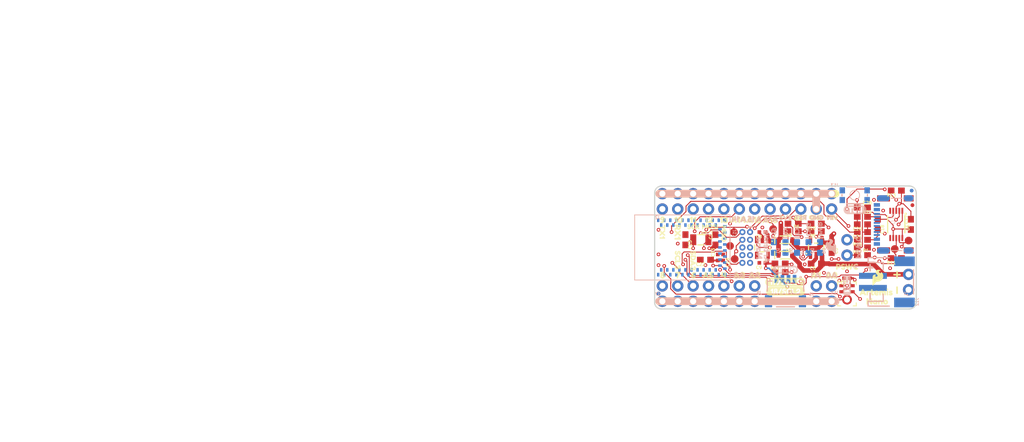
<source format=kicad_pcb>
(kicad_pcb (version 20211014) (generator pcbnew)
  (layers (0 "F.Cu" signal) (1 "In1.Cu" signal) (2 "In2.Cu" signal) (31 "B.Cu" signal) (34 "B.Paste" user) (35 "F.Paste" user) (36 "B.SilkS" user "B.Silkscreen") (37 "F.SilkS" user "F.Silkscreen") (38 "B.Mask" user) (39 "F.Mask" user) (44 "Edge.Cuts" user))
  (net 0 "")
  (net 1 "GND")
  (net 2 "V_USB")
  (net 3 "3.3V")
  (net 4 "N$10")
  (net 5 "SWDIO")
  (net 6 "~{RESET}")
  (net 7 "N$7")
  (net 8 "V_BATT")
  (net 9 "N$1")
  (net 10 "N$3")
  (net 11 "N$4")
  (net 12 "VIN")
  (net 13 "VREG_EN")
  (net 14 "RXI-0")
  (net 15 "TXO-0")
  (net 16 "~{12}")
  (net 17 "~{13}")
  (net 18 "~{11}")
  (net 19 "~{A1}")
  (net 20 "SWDCK")
  (net 21 "PDMDATA")
  (net 22 "PDMCLK")
  (net 23 "BOOT")
  (net 24 "N$2")
  (net 25 "N$8")
  (net 26 "~{A3}")
  (net 27 "~{A2}")
  (net 28 "~{A14}")
  (net 29 "~{A15}")
  (net 30 "~{A16}")
  (net 31 "~{A0}")
  (net 32 "~{7}")
  (net 33 "~{6}")
  (net 34 "8")
  (net 35 "N$5")
  (net 36 "N$9")
  (net 37 "SHLD")
  (net 38 "D-1")
  (net 39 "D+1")
  (net 40 "CC2")
  (net 41 "CC1")
  (net 42 "~{RTS}")
  (net 43 "~{D19/LED}")
  (net 44 "~{9}")
  (net 45 "10")
  (net 46 "~{A5}")
  (net 47 "~{4}")
  (net 48 "~{D25/SDA2}")
  (net 49 "~{D27/SCL2}")
  (footprint "boardEagle:3V316" (layer "F.Cu") (at 146.7231 100.050599)
    (fp_text reference "U$49" hide)
    (fp_text value "" hide)
  )
  (footprint "boardEagle:MOSI4" (layer "F.Cu") (at 134.0231 101.574599)
    (fp_text reference "U$16" hide)
    (fp_text value "" hide)
  )
  (footprint "boardEagle:134" (layer "F.Cu") (at 136.6901 100.431599)
    (fp_text reference "U$53" hide)
    (fp_text value "" hide)
  )
  (footprint "boardEagle:0603" (layer "F.Cu") (at 135.2931 107.035599 180)
    (fp_text reference "C22")
    (fp_text value "10uF")
  )
  (footprint "boardEagle:SDA31" (layer "F.Cu") (at 133.2611 104.749599 -90)
    (fp_text reference "U$31" hide)
    (fp_text value "" hide)
  )
  (footprint "boardEagle:SCL30" (layer "F.Cu") (at 130.7211 104.749599 -90)
    (fp_text reference "U$11" hide)
    (fp_text value "" hide)
  )
  (footprint "boardEagle:PAD.03X.05" (layer "F.Cu") (at 140.1191 106.908599)
    (fp_text reference "TP1" hide)
    (fp_text value "" hide)
  )
  (footprint "boardEagle:ARTEMIS6" (layer "F.Cu") (at 159.8041 112.369599)
    (fp_text reference "U$13" hide)
    (fp_text value "" hide)
  )
  (footprint "boardEagle:FIDUCIAL-MICRO" (layer "F.Cu") (at 127.5461 112.623599)
    (fp_text reference "FD4" hide)
    (fp_text value "FIDUCIALUFIDUCIAL" hide)
  )
  (footprint "boardEagle:0603" (layer "F.Cu") (at 161.2011 98.399599)
    (fp_text reference "C28")
    (fp_text value "1nF")
  )
  (footprint "boardEagle:A167" (layer "F.Cu") (at 143.8021 100.431599)
    (fp_text reference "U$48" hide)
    (fp_text value "" hide)
  )
  (footprint "boardEagle:0603" (layer "F.Cu") (at 136.9441 103.733599 90)
    (fp_text reference "C12")
    (fp_text value "15pF")
  )
  (footprint "boardEagle:0603" (layer "F.Cu") (at 153.5811 107.670599 180)
    (fp_text reference "C6")
    (fp_text value "4.7uF")
  )
  (footprint "boardEagle:0603" (layer "F.Cu") (at 147.6121 107.670599 180)
    (fp_text reference "R12")
    (fp_text value "1k")
  )
  (footprint "boardEagle:79" (layer "F.Cu") (at 129.4511 109.575599)
    (fp_text reference "U$36" hide)
    (fp_text value "" hide)
  )
  (footprint "boardEagle:SCK3" (layer "F.Cu") (at 131.6101 101.574599)
    (fp_text reference "U$18" hide)
    (fp_text value "" hide)
  )
  (footprint "boardEagle:FIDUCIAL-MICRO" (layer "F.Cu") (at 169.4561 98.018599)
    (fp_text reference "FD3" hide)
    (fp_text value "FIDUCIALUFIDUCIAL" hide)
  )
  (footprint "boardEagle:DUMMY" (layer "F.Cu") (at 166.2811 113.893599)
    (fp_text reference "LOGO2" hide)
    (fp_text value "OSHW-LOGONO_SILK" hide)
  )
  (footprint "boardEagle:A21" (layer "F.Cu") (at 141.5161 109.575599)
    (fp_text reference "U$21" hide)
    (fp_text value "" hide)
  )
  (footprint "boardEagle:0603" (layer "F.Cu") (at 149.7711 101.066599)
    (fp_text reference "R16")
    (fp_text value "1k")
  )
  (footprint "boardEagle:PAD.03X.05" (layer "F.Cu") (at 168.8211 103.860599)
    (fp_text reference "TP6" hide)
    (fp_text value "TEST-POINT3X5" hide)
  )
  (footprint "boardEagle:CRYSTAL-SMD-3.2X1.5MM" (layer "F.Cu") (at 134.5311 103.733599)
    (fp_text reference "Y2")
    (fp_text value "32.768kHz")
  )
  (footprint "boardEagle:68" (layer "F.Cu") (at 131.9911 109.575599)
    (fp_text reference "U$35" hide)
    (fp_text value "" hide)
  )
  (footprint "boardEagle:0603" (layer "F.Cu") (at 161.2011 105.003599 180)
    (fp_text reference "R17")
    (fp_text value "DNP")
  )
  (footprint "boardEagle:PSWC4" (layer "F.Cu") (at 155.9941 108.178599)
    (fp_text reference "U$23" hide)
    (fp_text value "" hide)
  )
  (footprint "boardEagle:A145" (layer "F.Cu") (at 138.4681 100.431599)
    (fp_text reference "U$12" hide)
    (fp_text value "" hide)
  )
  (footprint "boardEagle:SOD-323" (layer "F.Cu") (at 148.5011 106.273599)
    (fp_text reference "D4")
    (fp_text value "1A/23V/620mV")
  )
  (footprint "boardEagle:SOT23-5" (layer "F.Cu") (at 153.5811 105.003599)
    (fp_text reference "U2")
    (fp_text value "MCP73831")
  )
  (footprint "boardEagle:0402-TIGHT" (layer "F.Cu") (at 144.6911 102.463599 180)
    (fp_text reference "C8")
    (fp_text value "1.0uF")
  )
  (footprint "boardEagle:0402-TIGHT" (layer "F.Cu") (at 137.3251 106.654599 90)
    (fp_text reference "C23")
    (fp_text value "1.0uF")
  )
  (footprint "boardEagle:46" (layer "F.Cu") (at 136.9441 109.575599)
    (fp_text reference "U$32" hide)
    (fp_text value "" hide)
  )
  (footprint "boardEagle:PAD.03X.05" (layer "F.Cu") (at 139.9921 102.463599)
    (fp_text reference "TP4" hide)
    (fp_text value "TEST-POINT3X5" hide)
  )
  (footprint "boardEagle:0603" (layer "F.Cu") (at 166.7891 106.781599 180)
    (fp_text reference "R11")
    (fp_text value "5.1k")
  )
  (footprint "boardEagle:RX10" (layer "F.Cu") (at 130.7211 100.304599 -90)
    (fp_text reference "U$50" hide)
    (fp_text value "" hide)
  )
  (footprint "boardEagle:A57" (layer "F.Cu") (at 133.8961 109.575599)
    (fp_text reference "U$10" hide)
    (fp_text value "" hide)
  )
  (footprint "boardEagle:0603" (layer "F.Cu") (at 156.1211 105.003599 -90)
    (fp_text reference "C5")
    (fp_text value "4.7uF")
  )
  (footprint "boardEagle:0603" (layer "F.Cu") (at 131.9911 103.733599 -90)
    (fp_text reference "C13")
    (fp_text value "15pF")
  )
  (footprint "boardEagle:810" (layer "F.Cu") (at 126.9111 109.575599)
    (fp_text reference "U$37" hide)
    (fp_text value "" hide)
  )
  (footprint "boardEagle:0603" (layer "F.Cu") (at 161.2011 106.273599)
    (fp_text reference "R1")
    (fp_text value "10k")
  )
  (footprint "boardEagle:0603" (layer "F.Cu") (at 153.5811 102.336599 180)
    (fp_text reference "R5")
    (fp_text value "2.0k")
  )
  (footprint "boardEagle:MISO5" (layer "F.Cu") (at 138.3411 100.685599 -90)
    (fp_text reference "U$14" hide)
    (fp_text value "" hide)
  )
  (footprint "boardEagle:GND2" (layer "F.Cu") (at 146.7231 113.893599)
    (fp_text reference "U$30" hide)
    (fp_text value "" hide)
  )
  (footprint "boardEagle:VIN19" (layer "F.Cu") (at 154.4701 100.050599)
    (fp_text reference "U$39" hide)
    (fp_text value "" hide)
  )
  (footprint "boardEagle:PAD.03X.05" (layer "F.Cu") (at 139.3571 104.749599)
    (fp_text reference "TP2" hide)
    (fp_text value "" hide)
  )
  (footprint "boardEagle:A32" (layer "F.Cu") (at 138.9761 109.575599)
    (fp_text reference "U$19" hide)
    (fp_text value "" hide)
  )
  (footprint "boardEagle:0603" (layer "F.Cu") (at 161.2011 101.193599 180)
    (fp_text reference "C20")
    (fp_text value "0.1uF")
  )
  (footprint "boardEagle:0603" (layer "F.Cu") (at 163.7411 101.193599 -90)
    (fp_text reference "C18")
    (fp_text value "0.1uF")
  )
  (footprint "boardEagle:A10" (layer "F.Cu") (at 151.8031 109.575599)
    (fp_text reference "U$34" hide)
    (fp_text value "" hide)
  )
  (footprint "boardEagle:SPH0641LM4H-1_MICROPHONE" (layer "F.Cu") (at 158.6611 112.623599)
    (fp_text reference "E1")
    (fp_text value "SPH0641LM4H")
  )
  (footprint "boardEagle:A00" (layer "F.Cu") (at 154.2161 109.575599)
    (fp_text reference "U$20" hide)
    (fp_text value "" hide)
  )
  (footprint "boardEagle:SFE_LOGO_FLAME_.1" (layer "F.Cu") (at 163.7411 109.956599)
    (fp_text reference "LOGO4" hide)
    (fp_text value "SFE_LOGO_FLAME.1_INCH" hide)
  )
  (footprint "boardEagle:SOD-323" (layer "F.Cu") (at 148.5011 103.733599)
    (fp_text reference "D3")
    (fp_text value "1A/23V/620mV")
  )
  (footprint "boardEagle:101" (layer "F.Cu") (at 129.1971 100.431599)
    (fp_text reference "U$46" hide)
    (fp_text value "" hide)
  )
  (footprint "boardEagle:18#SCL20" (layer "F.Cu") (at 145.1991 112.242599)
    (fp_text reference "U$60" hide)
    (fp_text value "" hide)
  )
  (footprint "boardEagle:123" (layer "F.Cu") (at 134.0231 100.431599)
    (fp_text reference "U$52" hide)
    (fp_text value "" hide)
  )
  (footprint "boardEagle:90" (layer "F.Cu") (at 126.9111 100.431599)
    (fp_text reference "U$45" hide)
    (fp_text value "" hide)
  )
  (footprint "boardEagle:____GND____2" (layer "F.Cu") (at 145.5801 113.893599)
    (fp_text reference "U$2" hide)
    (fp_text value "" hide)
  )
  (footprint "boardEagle:0603" (layer "F.Cu") (at 161.2011 103.733599 180)
    (fp_text reference "R15")
    (fp_text value "220k")
  )
  (footprint "boardEagle:0603" (layer "F.Cu") (at 147.6121 109.067599 180)
    (fp_text reference "R3")
    (fp_text value "1k")
  )
  (footprint "boardEagle:DUMMY" (layer "F.Cu") (at 170.0911 115.163599)
    (fp_text reference "FRAME2" hide)
    (fp_text value "FRAME-LETTERNO_PACKAGE" hide)
  )
  (footprint "boardEagle:MSOP10" (layer "F.Cu") (at 166.7891 101.193599 -90)
    (fp_text reference "U6")
    (fp_text value "CH340E_MSOP10")
  )
  (footprint "boardEagle:0603" (layer "F.Cu") (at 169.2021 101.193599 90)
    (fp_text reference "C17")
    (fp_text value "10nF")
  )
  (footprint "boardEagle:0402-TIGHT" (layer "F.Cu") (at 158.6611 110.083599 180)
    (fp_text reference "C1")
    (fp_text value "0.1uF")
  )
  (footprint "boardEagle:TX12" (layer "F.Cu") (at 128.1811 100.304599 -90)
    (fp_text reference "U$59" hide)
    (fp_text value "" hide)
  )
  (footprint "boardEagle:PAD.03X.05" (layer "F.Cu") (at 166.5351 105.257599)
    (fp_text reference "TP5" hide)
    (fp_text value "TEST-POINT3X5" hide)
  )
  (footprint "boardEagle:112" (layer "F.Cu") (at 131.7371 100.431599)
    (fp_text reference "U$47" hide)
    (fp_text value "" hide)
  )
  (footprint "boardEagle:PAD.03X.05" (layer "F.Cu") (at 146.4691 101.955599)
    (fp_text reference "TP3" hide)
    (fp_text value "TEST-POINT3X5" hide)
  )
  (footprint "boardEagle:NANO7" (layer "F.Cu") (at 160.9471 113.893599)
    (fp_text reference "U$17" hide)
    (fp_text value "" hide)
  )
  (footprint "boardEagle:0402-TIGHT" (layer "F.Cu") (at 144.6911 107.543599 180)
    (fp_text reference "C9")
    (fp_text value "1.0uF")
  )
  (footprint "boardEagle:SOT23-5" (layer "F.Cu") (at 144.6911 105.003599 180)
    (fp_text reference "U3")
    (fp_text value "3.3V")
  )
  (footprint "boardEagle:17#SDA21" (layer "F.Cu") (at 145.0721 110.718599)
    (fp_text reference "U$57" hide)
    (fp_text value "" hide)
  )
  (footprint "boardEagle:0603" (layer "F.Cu") (at 153.5811 101.066599 180)
    (fp_text reference "R10")
    (fp_text value "1k")
  )
  (footprint "boardEagle:0603" (layer "F.Cu") (at 161.2011 102.463599 180)
    (fp_text reference "C21")
    (fp_text value "0.1uF")
  )
  (footprint "boardEagle:0603" (layer "F.Cu") (at 166.7891 95.605599 180)
    (fp_text reference "R13")
    (fp_text value "5.1k")
  )
  (footprint "boardEagle:GND17" (layer "F.Cu") (at 151.6761 100.050599)
    (fp_text reference "U$33" hide)
    (fp_text value "" hide)
  )
  (footprint "boardEagle:0603" (layer "F.Cu") (at 161.2011 99.923599)
    (fp_text reference "R14")
    (fp_text value "100k")
  )
  (footprint "boardEagle:0402-TIGHT" (layer "F.Cu") (at 138.2141 106.654599 -90)
    (fp_text reference "C19")
    (fp_text value "0.1uF")
  )
  (footprint "boardEagle:RST19" (layer "F.Cu") (at 149.3901 100.050599)
    (fp_text reference "U$38" hide)
    (fp_text value "" hide)
  )
  (footprint "boardEagle:0603" (layer "F.Cu") (at 149.7711 102.336599)
    (fp_text reference "R6")
    (fp_text value "1k")
  )
  (footprint "boardEagle:A156" (layer "F.Cu") (at 141.1351 100.431599)
    (fp_text reference "U$28" hide)
    (fp_text value "" hide)
  )
  (footprint "boardEagle:A21" (layer "B.Cu") (at 145.3261 109.575599 180)
    (fp_text reference "U$41" hide)
    (fp_text value "" hide)
  )
  (footprint "boardEagle:TACTILE_SWITCH_SMD_4.6X2.8MM" (layer "B.Cu") (at 159.9311 96.367599)
    (fp_text reference "S1")
    (fp_text value "RESET")
  )
  (footprint "boardEagle:VIN19" (layer "B.Cu") (at 157.8991 100.050599 180)
    (fp_text reference "U$27" hide)
    (fp_text value "" hide)
  )
  (footprint "boardEagle:1X02_NO_SILK" (layer "B.Cu") (at 158.6611 106.273599 90)
    (fp_text reference "J4")
    (fp_text value "")
  )
  (footprint "boardEagle:FIDUCIAL-MICRO" (layer "B.Cu") (at 127.5461 112.623599 180)
    (fp_text reference "FD1" hide)
    (fp_text value "FIDUCIALUFIDUCIAL" hide)
  )
  (footprint "boardEagle:1X07_NO_SILK" (layer "B.Cu") (at 128.1811 111.353599)
    (fp_text reference "J7")
    (fp_text value "")
  )
  (footprint "boardEagle:CREATIVE_COMMONS" (layer "B.Cu") (at 167.5511 136.753599 180)
    (fp_text reference "FRAME1" hide)
    (fp_text value "FRAME-LETTER" hide)
  )
  (footprint "boardEagle:RX23" (layer "B.Cu") (at 148.5011 103.733599 90)
    (fp_text reference "U$85" hide)
    (fp_text value "" hide)
  )
  (footprint "boardEagle:ARTEMIS6" (layer "B.Cu") (at 145.4531 108.559599 90)
    (fp_text reference "U$22" hide)
    (fp_text value "" hide)
  )
  (footprint "boardEagle:FIDUCIAL-MICRO" (layer "B.Cu") (at 169.3291 95.605599 180)
    (fp_text reference "FD2" hide)
    (fp_text value "FIDUCIALUFIDUCIAL" hide)
  )
  (footprint "boardEagle:JST04_1MM_RA" (layer "B.Cu") (at 148.5011 110.210599 180)
    (fp_text reference "J3")
    (fp_text value "")
  )
  (footprint "boardEagle:3V316" (layer "B.Cu") (at 150.2791 100.050599 180)
    (fp_text reference "U$1" hide)
    (fp_text value "" hide)
  )
  (footprint "boardEagle:USB-C-16P-4LAYER-ISOLATED" (layer "B.Cu") (at 163.7411 101.193599 -90)
    (fp_text reference "J10")
    (fp_text value "USB Female Type C Connector")
  )
  (footprint "boardEagle:A167" (layer "B.Cu") (at 148.2471 100.304599 180)
    (fp_text reference "U$56" hide)
    (fp_text value "" hide)
  )
  (footprint "boardEagle:A00" (layer "B.Cu") (at 158.0261 109.575599 180)
    (fp_text reference "U$9" hide)
    (fp_text value "" hide)
  )
  (footprint "boardEagle:1X07_NO_SILK" (layer "B.Cu") (at 143.4211 113.893599 180)
    (fp_text reference "J9")
    (fp_text value "")
  )
  (footprint "boardEagle:1X12_NO_SILK" (layer "B.Cu") (at 156.1211 96.113599 180)
    (fp_text reference "J13")
    (fp_text value "")
  )
  (footprint "boardEagle:PRODUCTION_INSTRUCTIONS" (layer "B.Cu") (at 120.5611 64.363599 180)
    (fp_text reference "U$25" hide)
    (fp_text value "" hide)
  )
  (footprint "boardEagle:A32" (layer "B.Cu") (at 142.7861 109.575599 180)
    (fp_text reference "U$42" hide)
    (fp_text value "" hide)
  )
  (footprint "boardEagle:A10" (layer "B.Cu") (at 155.2321 109.575599 180)
    (fp_text reference "U$40" hide)
    (fp_text value "" hide)
  )
  (footprint "boardEagle:ARTEMIS_FP" (layer "B.Cu") (at 131.9911 105.003599 180)
    (fp_text reference "U1" hide)
    (fp_text value "ARTEMIS_MODULESMD" hide)
  )
  (footprint "boardEagle:RST1" (layer "B.Cu") (at 161.9631 98.780599 180)
    (fp_text reference "U$51" hide)
    (fp_text value "" hide)
  )
  (footprint "boardEagle:LED-0603" (layer "B.Cu") (at 150.4061 105.003599 90)
    (fp_text reference "D7")
    (fp_text value "GREEN")
  )
  (footprint "boardEagle:191" (layer "B.Cu") (at 146.5961 103.733599 90)
    (fp_text reference "U$26" hide)
    (fp_text value "" hide)
  )
  (footprint "boardEagle:1X02_NO_SILK" (layer "B.Cu") (at 156.1211 113.893599 180)
    (fp_text reference "J14")
    (fp_text value "")
  )
  (footprint "boardEagle:1X02_NO_SILK" (layer "B.Cu") (at 153.5811 111.353599)
    (fp_text reference "J5")
    (fp_text value "")
  )
  (footprint "boardEagle:RST19" (layer "B.Cu") (at 152.6921 100.050599 180)
    (fp_text reference "U$3" hide)
    (fp_text value "" hide)
  )
  (footprint "boardEagle:A156" (layer "B.Cu") (at 145.5801 100.304599 180)
    (fp_text reference "U$55" hide)
    (fp_text value "" hide)
  )
  (footprint "boardEagle:A145" (layer "B.Cu") (at 143.0401 100.304599 180)
    (fp_text reference "U$54" hide)
    (fp_text value "" hide)
  )
  (footprint "boardEagle:LED-0603" (layer "B.Cu") (at 154.2161 105.003599 90)
    (fp_text reference "D6")
    (fp_text value "RED")
  )
  (footprint "boardEagle:CHG26" (layer "B.Cu") (at 152.3111 103.860599 90)
    (fp_text reference "U$5" hide)
    (fp_text value "" hide)
  )
  (footprint "boardEagle:1X02_NO_SILK" (layer "B.Cu") (at 168.8211 111.988599 90)
    (fp_text reference "J12")
    (fp_text value "")
  )
  (footprint "boardEagle:NANO7" (layer "B.Cu") (at 144.1831 107.797599 90)
    (fp_text reference "U$24" hide)
    (fp_text value "" hide)
  )
  (footprint "boardEagle:JST-2-SMD" (layer "B.Cu") (at 166.6367 110.693199 90)
    (fp_text reference "J1")
    (fp_text value "")
  )
  (footprint "boardEagle:LED-0603" (layer "B.Cu") (at 152.3111 105.003599 90)
    (fp_text reference "D2")
    (fp_text value "Yellow")
  )
  (footprint "boardEagle:PWR27" (layer "B.Cu") (at 154.2161 103.860599 90)
    (fp_text reference "U$6" hide)
    (fp_text value "" hide)
  )
  (footprint "boardEagle:QWIIC#LOGO#JPG" (layer "B.Cu") (at 148.5041 108.663599 180)
    (fp_text reference "U$8" hide)
    (fp_text value "" hide)
  )
  (footprint "boardEagle:PSWC4" (layer "B.Cu") (at 160.5661 107.670599 90)
    (fp_text reference "U$4" hide)
    (fp_text value "" hide)
  )
  (footprint "boardEagle:2X5-PTH-1.27MM-NO_SILK" (layer "B.Cu") (at 142.0241 105.003599 -90)
    (fp_text reference "J11")
    (fp_text value "CORTEX_DEBUG")
  )
  (footprint "boardEagle:SFE_LOGO_FLAME_.1" (layer "B.Cu") (at 155.9941 104.876599 180)
    (fp_text reference "LOGO1" hide)
    (fp_text value "SFE_LOGO_FLAME.1_INCH" hide)
  )
  (footprint "boardEagle:MIC0" (layer "B.Cu") (at 158.6611 113.131599 90)
    (fp_text reference "U$15" hide)
    (fp_text value "" hide)
  )
  (footprint "boardEagle:1X12_NO_SILK" (layer "B.Cu") (at 128.1811 98.653599)
    (fp_text reference "J2")
    (fp_text value "")
  )
  (footprint "boardEagle:TX22" (layer "B.Cu") (at 150.4061 103.733599 90)
    (fp_text reference "U$86" hide)
    (fp_text value "" hide)
  )
  (footprint "boardEagle:GND17" (layer "B.Cu") (at 155.4861 100.050599 180)
    (fp_text reference "U$7" hide)
    (fp_text value "" hide)
  )
  (footprint "boardEagle:LED-0603" (layer "B.Cu") (at 146.5961 105.003599 90)
    (fp_text reference "D1")
    (fp_text value "BLUE")
  )
  (footprint "boardEagle:LED-0603" (layer "B.Cu") (at 148.5011 105.003599 90)
    (fp_text reference "D5")
    (fp_text value "Yellow")
  )
  (gr_line (start 162.4711 112.572799) (end 162.4711 113.588799) (layer "B.SilkS") (width 0.254))
  (gr_line (start 153.5811 96.113599) (end 127.6731 96.113599) (layer "B.SilkS") (width 1.27))
  (gr_line (start 162.4711 107.848399) (end 162.4711 108.864399) (layer "B.SilkS") (width 0.254))
  (gr_line (start 161.9631 108.356399) (end 162.9791 108.356399) (layer "B.SilkS") (width 0.254))
  (gr_line (start 156.7561 113.893599) (end 127.6731 113.893599) (layer "B.SilkS") (width 1.27))
  (gr_line (start 153.5811 98.653599) (end 153.5811 96.113599) (layer "B.SilkS") (width 1.27))
  (gr_line (start 156.1211 96.113599) (end 153.5811 96.113599) (layer "B.SilkS") (width 1.27))
  (gr_line (start 166.9161 111.556799) (end 166.9161 112.572799) (layer "F.SilkS") (width 0.254))
  (gr_line (start 156.7561 113.893599) (end 150.5331 113.893599) (layer "F.SilkS") (width 1.27))
  (gr_line (start 166.9161 108.991399) (end 166.9161 110.007399) (layer "F.SilkS") (width 0.254))
  (gr_line (start 167.4241 109.499399) (end 166.4081 109.499399) (layer "F.SilkS") (width 0.254))
  (gr_line (start 153.5811 98.653599) (end 153.5811 96.113599) (layer "F.SilkS") (width 1.27))
  (gr_line (start 156.7561 96.113599) (end 153.5811 96.113599) (layer "F.SilkS") (width 1.27))
  (gr_line (start 153.5811 96.113599) (end 127.6731 96.113599) (layer "F.SilkS") (width 1.27))
  (gr_line (start 127.6731 113.893599) (end 146.5961 113.893599) (layer "F.SilkS") (width 1.27))
  (gr_line (start 128.074706 94.843599) (end 168.927493 94.843599) (layer "Edge.Cuts") (width 0.2032))
  (gr_arc (start 126.9111 96.007206) (mid 127.251912 95.184412) (end 128.074706 94.8436) (layer "Edge.Cuts") (width 0.2032))
  (gr_line (start 126.9111 114.088678) (end 126.9111 96.007206) (layer "Edge.Cuts") (width 0.2032))
  (gr_arc (start 168.927493 94.843599) (mid 169.750288 95.184413) (end 170.0911 96.007208) (layer "Edge.Cuts") (width 0.2032))
  (gr_line (start 170.0911 96.007206) (end 170.0911 113.999993) (layer "Edge.Cuts") (width 0.2032))
  (gr_arc (start 127.986021 115.163599) (mid 127.225937 114.848763) (end 126.9111 114.08868) (layer "Edge.Cuts") (width 0.2032))
  (gr_line (start 168.927493 115.163599) (end 127.986021 115.163599) (layer "Edge.Cuts") (width 0.2032))
  (gr_arc (start 170.0911 113.999993) (mid 169.750287 114.822787) (end 168.927493 115.1636) (layer "Edge.Cuts") (width 0.2032))
  (gr_text "v10" (at 168.1861 114.147599) (layer "F.Cu") (effects (font (size 0.8128 0.8128) (thickness 0.2032))))
  (segment (start 158.6825 114.252199) (end 158.921475 114.252199) (width 0.1524) (layer "F.Cu") (net 1))
  (segment (start 163.1061 103.733599) (end 163.7411 103.098599) (width 0.1524) (layer "F.Cu") (net 1))
  (segment (start 158.6397 114.252199) (end 158.6611 114.273599) (width 0.1524) (layer "F.Cu") (net 1))
  (segment (start 144.7019 103.104249) (end 144.1911 102.593449) (width 0.3048) (layer "F.Cu") (net 1))
  (segment (start 159.2897 113.602199) (end 159.2897 113.363224) (width 0.1524) (layer "F.Cu") (net 1))
  (segment (start 153.095481 107.360899) (end 153.0408 107.360899) (width 0.6096) (layer "F.Cu") (net 1))
  (segment (start 136.513043 105.155999) (end 136.487643 105.130599) (width 0.762) (layer "F.Cu") (net 1))
  (segment (start 159.3111 113.623599) (end 159.2897 113.602199) (width 0.1524) (layer "F.Cu") (net 1))
  (segment (start 154.4311 102.336599) (end 154.4311 102.375599) (width 0.1524) (layer "F.Cu") (net 1))
  (segment (start 136.513043 105.155999) (end 136.8145 104.854543) (width 0.762) (layer "F.Cu") (net 1))
  (segment (start 156.3911 113.623599) (end 156.1211 113.893599) (width 0.1524) (layer "F.Cu") (net 1))
  (segment (start 166.7891 98.943599) (end 166.7891 98.272599) (width 0.1524) (layer "F.Cu") (net 1))
  (segment (start 163.1061 103.733599) (end 162.0511 103.733599) (width 0.1524) (layer "F.Cu") (net 1))
  (segment (start 163.7411 103.098599) (end 163.7411 102.043599) (width 0.1524) (layer "F.Cu") (net 1))
  (segment (start 158.6397 112.994999) (end 158.400725 112.994999) (width 0.1524) (layer "F.Cu") (net 1))
  (segment (start 167.2971 97.764599) (end 167.6391 97.764599) (width 0.1524) (layer "F.Cu") (net 1))
  (segment (start 158.400725 112.994999) (end 158.0325 113.363224) (width 0.1524) (layer "F.Cu") (net 1))
  (segment (start 169.2021 99.034599) (end 169.2021 100.343599) (width 0.1524) (layer "F.Cu") (net 1))
  (segment (start 153.5811 106.820599) (end 153.3633 107.038399) (width 0.6096) (layer "F.Cu") (net 1))
  (segment (start 167.2971 97.764599) (end 167.9321 97.764599) (width 0.1524) (layer "F.Cu") (net 1))
  (segment (start 166.7891 98.272599) (end 167.2971 97.764599) (width 0.1524) (layer "F.Cu") (net 1))
  (segment (start 157.740906 113.623599) (end 157.708709 113.655796) (width 0.1524) (layer "F.Cu") (net 1))
  (segment (start 158.400725 114.252199) (end 158.6397 114.252199) (width 0.1524) (layer "F.Cu") (net 1))
  (segment (start 158.0325 113.883974) (end 158.400725 114.252199) (width 0.1524) (layer "F.Cu") (net 1))
  (segment (start 159.2897 113.644999) (end 159.3111 113.623599) (width 0.1524) (layer "F.Cu") (net 1))
  (segment (start 157.266821 113.655796) (end 157.234625 113.623599) (width 0.1524) (layer "F.Cu") (net 1))
  (segment (start 158.0325 113.644999) (end 158.0325 113.883974) (width 0.1524) (layer "F.Cu") (net 1))
  (segment (start 158.0325 113.363224) (end 158.0325 113.602199) (width 0.1524) (layer "F.Cu") (net 1))
  (segment (start 153.3633 107.038399) (end 153.3633 107.093081) (width 0.6096) (layer "F.Cu") (net 1))
  (segment (start 144.6911 103.703499) (end 144.7019 103.692699) (width 0.3048) (layer "F.Cu") (net 1))
  (segment (start 136.487643 105.130599) (end 135.9281 105.130599) (width 0.254) (layer "F.Cu") (net 1))
  (segment (start 158.0111 113.623599) (end 158.0325 113.644999) (width 0.1524) (layer "F.Cu") (net 1))
  (segment (start 158.6611 114.273599) (end 158.6825 114.252199) (width 0.1524) (layer "F.Cu") (net 1))
  (segment (start 157.708709 113.655796) (end 157.266821 113.655796) (width 0.1524) (layer "F.Cu") (net 1))
  (segment (start 153.3633 107.093081) (end 153.095481 107.360899) (width 0.6096) (layer "F.Cu") (net 1))
  (segment (start 157.234625 113.623599) (end 156.3911 113.623599) (width 0.1524) (layer "F.Cu") (net 1))
  (segment (start 158.0111 113.623599) (end 157.740906 113.623599) (width 0.1524) (layer "F.Cu") (net 1))
  (segment (start 154.4311 102.375599) (end 153.5811 103.225599) (width 0.1524) (layer "F.Cu") (net 1))
  (segment (start 144.7019 103.104249) (end 144.7019 103.692699) (width 0.3048) (layer "F.Cu") (net 1))
  (segment (start 158.6825 112.994999) (end 158.6611 112.973599) (width 0.1524) (layer "F.Cu") (net 1))
  (segment (start 167.6391 95.605599) (end 167.6391 97.764599) (width 0.1524) (layer "F.Cu") (net 1))
  (segment (start 144.1911 102.593449) (end 144.1911 102.463599) (width 0.3048) (layer "F.Cu") (net 1))
  (segment (start 136.9441 104.583599) (end 136.8145 104.713199) (width 0.762) (layer "F.Cu") (net 1))
  (segment (start 158.0325 113.602199) (end 158.0111 113.623599) (width 0.1524) (layer "F.Cu") (net 1))
  (segment (start 159.2897 113.363224) (end 158.921475 112.994999) (width 0.1524) (layer "F.Cu") (net 1))
  (segment (start 159.2897 113.883974) (end 159.2897 113.644999) (width 0.1524) (layer "F.Cu") (net 1))
  (segment (start 153.5811 106.303699) (end 153.5811 106.820599) (width 0.6096) (layer "F.Cu") (net 1))
  (segment (start 153.0408 107.360899) (end 152.7311 107.670599) (width 0.6096) (layer "F.Cu") (net 1))
  (segment (start 136.8145 104.713199) (end 136.8145 104.854543) (width 0.762) (layer "F.Cu") (net 1))
  (segment (start 158.6611 112.973599) (end 158.6397 112.994999) (width 0.1524) (layer "F.Cu") (net 1))
  (segment (start 158.921475 114.252199) (end 159.2897 113.883974) (width 0.1524) (layer "F.Cu") (net 1))
  (segment (start 158.921475 112.994999) (end 158.6825 112.994999) (width 0.1524) (layer "F.Cu") (net 1))
  (segment (start 167.9321 97.764599) (end 169.2021 99.034599) (width 0.1524) (layer "F.Cu") (net 1))
  (via blind (at 165.7731 108.432599) (size 0.6096) (drill 0.3048) (layers "F.Cu" "In1.Cu") (net 1))
  (via blind (at 153.5811 103.225599) (size 0.6096) (drill 0.3048) (layers "F.Cu" "In1.Cu") (net 1))
  (via blind (at 139.3571 101.066599) (size 0.6096) (drill 0.3048) (layers "F.Cu" "In1.Cu") (net 1))
  (via blind (at 127.5461 106.146599) (size 0.6096) (drill 0.3048) (layers "F.Cu" "In1.Cu") (net 1))
  (via blind (at 157.3911 110.464599) (size 0.6096) (drill 0.3048) (layers "F.Cu" "In1.Cu") (net 1))
  (via blind (at 163.1061 97.129599) (size 0.6096) (drill 0.3048) (layers "F.Cu" "In1.Cu") (net 1))
  (via blind (at 158.6611 108.940599) (size 0.6096) (drill 0.3048) (layers "F.Cu" "In1.Cu") (net 1))
  (via blind (at 127.5461 102.082599) (size 0.6096) (drill 0.3048) (layers "F.Cu" "In1.Cu") (net 1))
  (via blind (at 154.8511 109.194599) (size 0.6096) (drill 0.3048) (layers "F.Cu" "In1.Cu") (net 1))
  (via blind (at 151.0411 110.591599) (size 0.6096) (drill 0.3048) (layers "F.Cu" "In1.Cu") (net 1))
  (via blind (at 135.9281 105.130599) (size 0.6096) (drill 0.3048) (layers "F.Cu" "In1.Cu") (net 1))
  (via blind (at 127.5461 107.924599) (size 0.6096) (drill 0.3048) (layers "F.Cu" "In1.Cu") (net 1))
  (via blind (at 163.1061 105.384599) (size 0.6096) (drill 0.3048) (layers "F.Cu" "In1.Cu") (net 1))
  (via blind (at 137.7061 108.686599) (size 0.6096) (drill 0.3048) (layers "F.Cu" "In1.Cu") (net 1))
  (via blind (at 144.6911 101.701599) (size 0.6096) (drill 0.3048) (layers "F.Cu" "In1.Cu") (net 1))
  (via blind (at 151.6761 107.797599) (size 0.6096) (drill 0.3048) (layers "F.Cu" "In1.Cu") (net 1))
  (via blind (at 130.7211 104.368599) (size 0.6096) (drill 0.3048) (layers "F.Cu" "In1.Cu") (net 1))
  (via blind (at 135.2931 107.924599) (size 0.6096) (drill 0.3048) (layers "F.Cu" "In1.Cu") (net 1))
  (via blind (at 139.6111 110.591599) (size 0.6096) (drill 0.3048) (layers "F.Cu" "In1.Cu") (net 1))
  (via blind (at 167.2971 97.764599) (size 0.6096) (drill 0.3048) (layers "F.Cu" "In1.Cu") (net 1))
  (segment (start 156.1211 104.153599) (end 156.1211 103.098599) (width 0.762) (layer "F.Cu") (net 2))
  (segment (start 156.0331 104.241599) (end 154.5311 104.241599) (width 0.762) (layer "F.Cu") (net 2))
  (segment (start 150.7068 105.170299) (end 151.4221 105.170299) (width 0.762) (layer "F.Cu") (net 2))
  (segment (start 151.4221 106.527599) (end 151.4221 105.170299) (width 0.1524) (layer "F.Cu") (net 2))
  (segment (start 154.5311 103.703499) (end 154.5311 104.241599) (width 0.762) (layer "F.Cu") (net 2))
  (segment (start 149.6511 103.733599) (end 149.6511 104.114599) (width 0.762) (layer "F.Cu") (net 2))
  (segment (start 156.1211 104.153599) (end 156.0331 104.241599) (width 0.762) (layer "F.Cu") (net 2))
  (segment (start 156.1211 103.098599) (end 156.5021 102.717599) (width 0.762) (layer "F.Cu") (net 2))
  (segment (start 151.4221 105.170299) (end 153.8351 105.170299) (width 0.762) (layer "F.Cu") (net 2))
  (segment (start 154.5311 104.474299) (end 153.8351 105.170299) (width 0.762) (layer "F.Cu") (net 2))
  (segment (start 154.5311 104.241599) (end 154.5311 104.474299) (width 0.762) (layer "F.Cu") (net 2))
  (segment (start 149.6511 104.114599) (end 150.7068 105.170299) (width 0.762) (layer "F.Cu") (net 2))
  (via blind (at 151.4221 106.527599) (size 0.6096) (drill 0.3048) (layers "F.Cu" "In1.Cu") (net 2))
  (via blind (at 156.5021 102.717599) (size 0.6096) (drill 0.3048) (layers "F.Cu" "In1.Cu") (net 2))
  (segment (start 159.1611 110.923599) (end 159.1611 110.083599) (width 0.1524) (layer "F.Cu") (net 3))
  (segment (start 146.470468 99.796599) (end 147.8661 99.796599) (width 0.1524) (layer "F.Cu") (net 3))
  (segment (start 139.3571 108.297599) (end 139.3571 108.686599) (width 0.3048) (layer "F.Cu") (net 3))
  (segment (start 165.3041 100.343599) (end 163.7411 100.343599) (width 0.1524) (layer "F.Cu") (net 3))
  (segment (start 166.2811 101.955599) (end 166.2891 101.963599) (width 0.1524) (layer "F.Cu") (net 3))
  (segment (start 166.2971 101.955599) (end 166.2891 101.963599) (width 0.1524) (layer "F.Cu") (net 3))
  (segment (start 163.7411 100.343599) (end 163.3211 99.923599) (width 0.1524) (layer "F.Cu") (net 3))
  (segment (start 145.5801 107.670599) (end 145.3181 107.670599) (width 0.3048) (layer "F.Cu") (net 3))
  (segment (start 158.2277 111.856999) (end 158.882043 111.856999) (width 0.1524) (layer "F.Cu") (net 3))
  (segment (start 159.9311 110.337599) (end 159.9231 110.337599) (width 0.3048) (layer "F.Cu") (net 3))
  (segment (start 169.1141 101.955599) (end 169.2021 102.043599) (width 0.1524) (layer "F.Cu") (net 3))
  (segment (start 167.8051 101.955599) (end 166.2971 101.955599) (width 0.1524) (layer "F.Cu") (net 3))
  (segment (start 159.9231 110.337599) (end 159.6691 110.083599) (width 0.3048) (layer "F.Cu") (net 3))
  (segment (start 159.5611 111.323599) (end 159.1611 110.923599) (width 0.1524) (layer "F.Cu") (net 3))
  (segment (start 145.6411 107.609599) (end 145.5801 107.670599) (width 0.3048) (layer "F.Cu") (net 3))
  (segment (start 166.2811 101.320599) (end 166.2811 101.955599) (width 0.1524) (layer "F.Cu") (net 3))
  (segment (start 136.2621 107.154599) (end 136.1431 107.035599) (width 0.3048) (layer "F.Cu") (net 3))
  (segment (start 159.1611 110.083599) (end 159.6691 110.083599) (width 0.3048) (layer "F.Cu") (net 3))
  (segment (start 149.7711 100.216599) (end 149.7711 100.050599) (width 0.1524) (layer "F.Cu") (net 3))
  (segment (start 148.5011 99.161599) (end 148.5011 98.653599) (width 0.1524) (layer "F.Cu") (net 3))
  (segment (start 166.2891 101.963599) (end 166.2891 103.443599) (width 0.1524) (layer "F.Cu") (net 3))
  (segment (start 137.3251 107.154599) (end 138.2141 107.154599) (width 0.3048) (layer "F.Cu") (net 3))
  (segment (start 138.2141 107.154599) (end 139.3571 108.297599) (width 0.3048) (layer "F.Cu") (net 3))
  (segment (start 165.3041 100.343599) (end 166.2811 101.320599) (width 0.1524) (layer "F.Cu") (net 3))
  (segment (start 145.2579 108.432599) (end 145.2579 107.611799) (width 0.3048) (layer "F.Cu") (net 3))
  (segment (start 137.3251 107.154599) (end 136.2621 107.154599) (width 0.3048) (layer "F.Cu") (net 3))
  (segment (start 169.1141 101.955599) (end 167.8051 101.955599) (width 0.1524) (layer "F.Cu") (net 3))
  (segment (start 145.6411 106.303699) (end 145.6411 105.826599) (width 0.1524) (layer "F.Cu") (net 3))
  (segment (start 158.882043 111.856999) (end 159.415443 111.323599) (width 0.1524) (layer "F.Cu") (net 3))
  (segment (start 145.1911 107.543599) (end 145.3261 107.543599) (width 0.3048) (layer "F.Cu") (net 3))
  (segment (start 146.445068 99.821999) (end 146.470468 99.796599) (width 0.1524) (layer "F.Cu") (net 3))
  (segment (start 163.3211 99.923599) (end 162.0511 99.923599) (width 0.1524) (layer "F.Cu") (net 3))
  (segment (start 167.7891 103.443599) (end 167.7891 101.971599) (width 0.1524) (layer "F.Cu") (net 3))
  (segment (start 147.8661 99.796599) (end 148.5011 99.161599) (width 0.1524) (layer "F.Cu") (net 3))
  (segment (start 157.7611 112.323599) (end 158.2277 111.856999) (width 0.1524) (layer "F.Cu") (net 3))
  (segment (start 159.415443 111.323599) (end 159.5611 111.323599) (width 0.1524) (layer "F.Cu") (net 3))
  (segment (start 142.6591 101.836256) (end 144.673356 99.821999) (width 0.1524) (layer "F.Cu") (net 3))
  (segment (start 145.2579 107.611799) (end 145.3261 107.543599) (width 0.3048) (layer "F.Cu") (net 3))
  (segment (start 146.7621 107.670599) (end 145.5801 107.670599) (width 0.3048) (layer "F.Cu") (net 3))
  (segment (start 167.7891 101.971599) (end 167.8051 101.955599) (width 0.1524) (layer "F.Cu") (net 3))
  (segment (start 150.6211 101.066599) (end 152.7311 101.066599) (width 0.1524) (layer "F.Cu") (net 3))
  (segment (start 145.3181 107.670599) (end 145.1911 107.543599) (width 0.3048) (layer "F.Cu") (net 3))
  (segment (start 144.673356 99.821999) (end 146.445068 99.821999) (width 0.1524) (layer "F.Cu") (net 3))
  (segment (start 150.6211 101.066599) (end 149.7711 100.216599) (width 0.1524) (layer "F.Cu") (net 3))
  (segment (start 145.6411 106.303699) (end 145.6411 107.609599) (width 0.3048) (layer "F.Cu") (net 3))
  (segment (start 142.6591 102.463599) (end 142.6591 101.836256) (width 0.1524) (layer "F.Cu") (net 3))
  (via blind (at 139.3571 108.686599) (size 0.6096) (drill 0.3048) (layers "F.Cu" "In1.Cu") (net 3))
  (via blind (at 145.2579 108.432599) (size 0.6096) (drill 0.3048) (layers "F.Cu" "In1.Cu") (net 3))
  (via blind (at 166.2811 101.955599) (size 0.6096) (drill 0.3048) (layers "F.Cu" "In1.Cu") (net 3))
  (via blind (at 149.7711 100.050599) (size 0.6096) (drill 0.3048) (layers "F.Cu" "In1.Cu") (net 3))
  (via blind (at 159.9311 110.337599) (size 0.6096) (drill 0.3048) (layers "F.Cu" "In1.Cu") (net 3))
  (via blind (at 148.8139 111.480599) (size 0.6096) (drill 0.3048) (layers "F.Cu" "In1.Cu") (net 3))
  (segment (start 148.8139 111.480599) (end 145.7659 108.432599) (width 0.254) (layer "B.Cu") (net 3))
  (segment (start 145.7659 108.432599) (end 145.2579 108.432599) (width 0.254) (layer "B.Cu") (net 3))
  (segment (start 154.9781 101.066599) (end 155.6131 101.701599) (width 0.1524) (layer "F.Cu") (net 4))
  (segment (start 154.4311 101.066599) (end 154.9781 101.066599) (width 0.1524) (layer "F.Cu") (net 4))
  (via blind (at 155.6131 101.701599) (size 0.6096) (drill 0.3048) (layers "F.Cu" "In1.Cu") (net 4))
  (segment (start 134.5787 102.594199) (end 135.733212 102.594199) (width 0.1524) (layer "F.Cu") (net 5))
  (segment (start 139.3571 103.327199) (end 138.760987 103.327199) (width 0.1524) (layer "F.Cu") (net 5))
  (segment (start 140.349812 103.327199) (end 139.3571 103.327199) (width 0.1524) (layer "F.Cu") (net 5))
  (segment (start 139.3571 104.749599) (end 139.3571 103.327199) (width 0.1524) (layer "F.Cu") (net 5))
  (segment (start 134.5311 102.641799) (end 134.5787 102.594199) (width 0.1524) (layer "F.Cu") (net 5))
  (segment (start 141.3891 102.463599) (end 141.213412 102.463599) (width 0.1524) (layer "F.Cu") (net 5))
  (segment (start 137.538787 102.104999) (end 136.267212 102.104999) (width 0.1524) (layer "F.Cu") (net 5))
  (segment (start 136.267212 102.104999) (end 136.244812 102.082599) (width 0.1524) (layer "F.Cu") (net 5))
  (segment (start 136.244812 102.082599) (end 135.733212 102.594199) (width 0.1524) (layer "F.Cu") (net 5))
  (segment (start 141.213412 102.463599) (end 140.349812 103.327199) (width 0.1524) (layer "F.Cu") (net 5))
  (segment (start 138.760987 103.327199) (end 137.538787 102.104999) (width 0.1524) (layer "F.Cu") (net 5))
  (via blind (at 134.5311 102.641799) (size 0.6096) (drill 0.3048) (layers "F.Cu" "In1.Cu") (net 5))
  (segment (start 132.872443 105.765599) (end 136.790812 105.765599) (width 0.1524) (layer "F.Cu") (net 6))
  (segment (start 140.476812 107.772199) (end 140.705412 107.543599) (width 0.1524) (layer "F.Cu") (net 6))
  (segment (start 145.009815 100.232228) (end 145.660128 100.232228) (width 0.1524) (layer "F.Cu") (net 6))
  (segment (start 136.790812 105.765599) (end 136.930412 105.625999) (width 0.1524) (layer "F.Cu") (net 6))
  (segment (start 146.2405 100.210656) (end 148.7297 100.210656) (width 0.1524) (layer "F.Cu") (net 6))
  (segment (start 148.7297 100.210656) (end 150.185156 98.755199) (width 0.1524) (layer "F.Cu") (net 6))
  (segment (start 150.940868 98.755199) (end 151.0411 98.654968) (width 0.1524) (layer "F.Cu") (net 6))
  (segment (start 160.3511 99.923599) (end 160.3511 98.399599) (width 0.1524) (layer "F.Cu") (net 6))
  (segment (start 131.4577 106.052656) (end 131.770156 105.740199) (width 0.1524) (layer "F.Cu") (net 6))
  (segment (start 146.182043 100.152199) (end 146.2405 100.210656) (width 0.1524) (layer "F.Cu") (net 6))
  (segment (start 140.705412 107.543599) (end 141.3891 107.543599) (width 0.1524) (layer "F.Cu") (net 6))
  (segment (start 138.7427 106.929199) (end 139.5857 107.772199) (width 0.1524) (layer "F.Cu") (net 6))
  (segment (start 138.7427 105.759912) (end 138.7427 106.929199) (width 0.1524) (layer "F.Cu") (net 6))
  (segment (start 136.930412 105.625999) (end 138.608787 105.625999) (width 0.1524) (layer "F.Cu") (net 6))
  (segment (start 138.7427 105.759912) (end 138.608787 105.625999) (width 0.1524) (layer "F.Cu") (net 6))
  (segment (start 143.4211 101.828599) (end 143.4211 101.820943) (width 0.1524) (layer "F.Cu") (net 6))
  (segment (start 145.660128 100.232228) (end 145.740156 100.152199) (width 0.1524) (layer "F.Cu") (net 6))
  (segment (start 139.5857 107.772199) (end 140.476812 107.772199) (width 0.1524) (layer "F.Cu") (net 6))
  (segment (start 131.770156 105.740199) (end 132.847043 105.740199) (width 0.1524) (layer "F.Cu") (net 6))
  (segment (start 160.3511 98.399599) (end 160.3511 97.206599) (width 0.1524) (layer "F.Cu") (net 6))
  (segment (start 143.4211 101.820943) (end 145.009815 100.232228) (width 0.1524) (layer "F.Cu") (net 6))
  (segment (start 132.847043 105.740199) (end 132.872443 105.765599) (width 0.1524) (layer "F.Cu") (net 6))
  (segment (start 131.6101 107.797599) (end 131.4577 107.645199) (width 0.1524) (layer "F.Cu") (net 6))
  (segment (start 145.740156 100.152199) (end 146.182043 100.152199) (width 0.1524) (layer "F.Cu") (net 6))
  (segment (start 151.0411 98.654968) (end 151.0411 98.653599) (width 0.1524) (layer "F.Cu") (net 6))
  (segment (start 131.4577 107.645199) (end 131.4577 106.052656) (width 0.1524) (layer "F.Cu") (net 6))
  (segment (start 160.3511 97.206599) (end 160.3121 97.167599) (width 0.1524) (layer "F.Cu") (net 6))
  (segment (start 150.185156 98.755199) (end 150.940868 98.755199) (width 0.1524) (layer "F.Cu") (net 6))
  (segment (start 160.3511 101.193599) (end 160.3511 99.923599) (width 0.1524) (layer "F.Cu") (net 6))
  (via blind (at 143.4211 101.828599) (size 0.6096) (drill 0.3048) (layers "F.Cu" "In1.Cu") (net 6))
  (via blind (at 131.6101 107.797599) (size 0.6096) (drill 0.3048) (layers "F.Cu" "In1.Cu") (net 6))
  (via blind (at 160.3121 97.167599) (size 0.6096) (drill 0.3048) (layers "F.Cu" "In1.Cu") (net 6))
  (segment (start 148.4621 109.067599) (end 149.5171 109.067599) (width 0.1524) (layer "F.Cu") (net 7))
  (via blind (at 149.5171 109.067599) (size 0.6096) (drill 0.3048) (layers "F.Cu" "In1.Cu") (net 7))
  (segment (start 154.4311 108.090599) (end 153.7081 108.813599) (width 0.762) (layer "F.Cu") (net 8))
  (segment (start 154.5311 106.303699) (end 154.5311 107.570599) (width 0.762) (layer "F.Cu") (net 8))
  (segment (start 155.7739 107.746799) (end 163.004643 107.746799) (width 0.762) (layer "F.Cu") (net 8))
  (segment (start 149.6441 106.485199) (end 149.6441 106.280599) (width 0.762) (layer "F.Cu") (net 8))
  (segment (start 151.5067 108.813599) (end 150.8379 108.144799) (width 0.762) (layer "F.Cu") (net 8))
  (segment (start 150.8379 108.144799) (end 150.8379 107.678999) (width 0.762) (layer "F.Cu") (net 8))
  (segment (start 164.706443 109.448599) (end 168.8211 109.448599) (width 0.762) (layer "F.Cu") (net 8))
  (segment (start 154.4311 107.670599) (end 154.5311 107.570599) (width 0.762) (layer "F.Cu") (net 8))
  (segment (start 149.6511 106.273599) (end 149.6441 106.280599) (width 0.762) (layer "F.Cu") (net 8))
  (segment (start 154.4311 107.670599) (end 155.6977 107.670599) (width 0.762) (layer "F.Cu") (net 8))
  (segment (start 153.7081 108.813599) (end 151.5067 108.813599) (width 0.762) (layer "F.Cu") (net 8))
  (segment (start 155.6977 107.670599) (end 155.7739 107.746799) (width 0.762) (layer "F.Cu") (net 8))
  (segment (start 150.8379 107.678999) (end 149.6441 106.485199) (width 0.762) (layer "F.Cu") (net 8))
  (segment (start 163.004643 107.746799) (end 164.706443 109.448599) (width 0.762) (layer "F.Cu") (net 8))
  (segment (start 154.4311 108.090599) (end 154.4311 107.670599) (width 0.762) (layer "F.Cu") (net 8))
  (segment (start 152.6311 103.703499) (end 152.6311 102.436599) (width 0.1524) (layer "F.Cu") (net 9))
  (segment (start 152.6311 102.436599) (end 152.7311 102.336599) (width 0.1524) (layer "F.Cu") (net 9))
  (segment (start 151.7239 102.336599) (end 150.6211 102.336599) (width 0.1524) (layer "F.Cu") (net 10))
  (via blind (at 151.7239 102.336599) (size 0.6096) (drill 0.3048) (layers "F.Cu" "In1.Cu") (net 10))
  (segment (start 151.643043 107.060999) (end 151.201156 107.060999) (width 0.1524) (layer "F.Cu") (net 11))
  (segment (start 152.6311 106.303699) (end 152.400343 106.303699) (width 0.1524) (layer "F.Cu") (net 11))
  (segment (start 150.8887 106.748543) (end 150.8887 106.214306) (width 0.1524) (layer "F.Cu") (net 11))
  (segment (start 150.8887 106.214306) (end 148.9211 104.246706) (width 0.1524) (layer "F.Cu") (net 11))
  (segment (start 151.201156 107.060999) (end 150.8887 106.748543) (width 0.1524) (layer "F.Cu") (net 11))
  (segment (start 148.9211 104.246706) (end 148.9211 102.336599) (width 0.1524) (layer "F.Cu") (net 11))
  (segment (start 152.400343 106.303699) (end 151.643043 107.060999) (width 0.1524) (layer "F.Cu") (net 11))
  (segment (start 162.4321 106.654599) (end 163.2331 106.654599) (width 0.1524) (layer "F.Cu") (net 12))
  (segment (start 147.7391 100.939599) (end 147.7391 103.345599) (width 0.762) (layer "F.Cu") (net 12))
  (segment (start 145.6411 103.703499) (end 145.6265 103.688899) (width 0.762) (layer "F.Cu") (net 12))
  (segment (start 145.207543 102.463599) (end 145.6265 102.882556) (width 0.508) (layer "F.Cu") (net 12))
  (segment (start 147.7391 103.345599) (end 147.3511 103.733599) (width 0.762) (layer "F.Cu") (net 12))
  (segment (start 147.0971 103.987599) (end 145.9252 103.987599) (width 0.762) (layer "F.Cu") (net 12))
  (segment (start 147.3511 106.273599) (end 147.3511 103.733599) (width 0.762) (layer "F.Cu") (net 12))
  (segment (start 145.6411 103.703499) (end 145.9252 103.987599) (width 0.762) (layer "F.Cu") (net 12))
  (segment (start 158.9039 101.447599) (end 156.1211 98.664799) (width 0.1524) (layer "F.Cu") (net 12))
  (segment (start 145.1911 102.463599) (end 145.207543 102.463599) (width 0.508) (layer "F.Cu") (net 12))
  (segment (start 162.0511 106.273599) (end 162.4321 106.654599) (width 0.1524) (layer "F.Cu") (net 12))
  (segment (start 145.6265 103.688899) (end 145.6265 102.882556) (width 0.508) (layer "F.Cu") (net 12))
  (segment (start 147.0971 103.987599) (end 147.3511 103.733599) (width 0.762) (layer "F.Cu") (net 12))
  (segment (start 156.1211 98.664799) (end 156.1211 98.653599) (width 0.1524) (layer "F.Cu") (net 12))
  (via blind (at 158.9039 101.447599) (size 0.6096) (drill 0.3048) (layers "F.Cu" "In1.Cu") (net 12))
  (via blind (at 147.7391 100.939599) (size 0.6096) (drill 0.3048) (layers "F.Cu" "In1.Cu") (net 12))
  (via blind (at 163.2331 106.654599) (size 0.6096) (drill 0.3048) (layers "F.Cu" "In1.Cu") (net 12))
  (segment (start 144.1522 105.003599) (end 143.7411 104.592499) (width 0.1524) (layer "F.Cu") (net 13))
  (segment (start 143.7411 104.592499) (end 143.7411 103.703499) (width 0.1524) (layer "F.Cu") (net 13))
  (segment (start 160.3511 106.273599) (end 158.6611 106.273599) (width 0.1524) (layer "F.Cu") (net 13))
  (segment (start 145.9001 105.003599) (end 144.1522 105.003599) (width 0.1524) (layer "F.Cu") (net 13))
  (via blind (at 145.9001 105.003599) (size 0.6096) (drill 0.3048) (layers "F.Cu" "In1.Cu") (net 13))
  (segment (start 133.070971 109.639471) (end 145.960684 109.639471) (width 0.1524) (layer "F.Cu") (net 14))
  (segment (start 151.9301 110.845599) (end 151.9301 109.829599) (width 0.1524) (layer "F.Cu") (net 14))
  (segment (start 145.960684 109.639471) (end 146.117412 109.796199) (width 0.1524) (layer "F.Cu") (net 14))
  (segment (start 166.423387 107.670599) (end 166.7177 107.376287) (width 0.1524) (layer "F.Cu") (net 14))
  (segment (start 151.6507 111.124999) (end 151.9301 110.845599) (width 0.1524) (layer "F.Cu") (net 14))
  (segment (start 150.566156 111.124999) (end 151.6507 111.124999) (width 0.1524) (layer "F.Cu") (net 14))
  (segment (start 132.6261 106.527599) (end 132.6261 109.194599) (width 0.1524) (layer "F.Cu") (net 14))
  (segment (start 166.7891 105.003599) (end 166.5351 105.257599) (width 0.1524) (layer "F.Cu") (net 14))
  (segment (start 164.3761 107.670599) (end 166.423387 107.670599) (width 0.1524) (layer "F.Cu") (net 14))
  (segment (start 157.6657 109.554999) (end 160.9677 109.554999) (width 0.1524) (layer "F.Cu") (net 14))
  (segment (start 163.9951 107.289599) (end 164.3761 107.670599) (width 0.1524) (layer "F.Cu") (net 14))
  (segment (start 166.7891 103.443599) (end 166.7891 105.003599) (width 0.1524) (layer "F.Cu") (net 14))
  (segment (start 132.6261 109.194599) (end 133.070971 109.639471) (width 0.1524) (layer "F.Cu") (net 14))
  (segment (start 150.337556 110.896399) (end 150.566156 111.124999) (width 0.1524) (layer "F.Cu") (net 14))
  (segment (start 160.9677 109.554999) (end 161.8361 108.686599) (width 0.1524) (layer "F.Cu") (net 14))
  (segment (start 151.9301 109.829599) (end 157.3911 109.829599) (width 0.1524) (layer "F.Cu") (net 14))
  (segment (start 166.5351 106.004312) (end 166.5351 105.257599) (width 0.1524) (layer "F.Cu") (net 14))
  (segment (start 147.386356 109.796199) (end 148.486556 110.896399) (width 0.1524) (layer "F.Cu") (net 14))
  (segment (start 157.3911 109.829599) (end 157.6657 109.554999) (width 0.1524) (layer "F.Cu") (net 14))
  (segment (start 146.117412 109.796199) (end 147.386356 109.796199) (width 0.1524) (layer "F.Cu") (net 14))
  (segment (start 166.7177 106.186912) (end 166.5351 106.004312) (width 0.1524) (layer "F.Cu") (net 14))
  (segment (start 132.3721 106.273599) (end 132.6261 106.527599) (width 0.1524) (layer "F.Cu") (net 14))
  (segment (start 148.486556 110.896399) (end 150.337556 110.896399) (width 0.1524) (layer "F.Cu") (net 14))
  (segment (start 166.7177 107.376287) (end 166.7177 106.186912) (width 0.1524) (layer "F.Cu") (net 14))
  (via blind (at 151.9301 109.829599) (size 0.6096) (drill 0.3048) (layers "F.Cu" "In1.Cu") (net 14))
  (via blind (at 163.9951 107.289599) (size 0.6096) (drill 0.3048) (layers "F.Cu" "In1.Cu") (net 14))
  (via blind (at 161.8361 108.686599) (size 0.6096) (drill 0.3048) (layers "F.Cu" "In1.Cu") (net 14))
  (via blind (at 132.3721 106.273599) (size 0.6096) (drill 0.3048) (layers "F.Cu" "In1.Cu") (net 14))
  (segment (start 167.2891 104.097887) (end 167.417412 104.226199) (width 0.1524) (layer "F.Cu") (net 15))
  (segment (start 167.9321 104.226199) (end 168.414787 104.226199) (width 0.1524) (layer "F.Cu") (net 15))
  (segment (start 160.3121 95.351599) (end 164.8333 95.351599) (width 0.1524) (layer "F.Cu") (net 15))
  (segment (start 168.8211 103.860599) (end 168.780387 103.860599) (width 0.1524) (layer "F.Cu") (net 15))
  (segment (start 158.6611 98.653599) (end 158.6611 97.002599) (width 0.1524) (layer "F.Cu") (net 15))
  (segment (start 167.9321 104.622599) (end 167.9321 104.226199) (width 0.1524) (layer "F.Cu") (net 15))
  (segment (start 167.417412 104.226199) (end 167.9321 104.226199) (width 0.1524) (layer "F.Cu") (net 15))
  (segment (start 168.780387 103.860599) (end 168.414787 104.226199) (width 0.1524) (layer "F.Cu") (net 15))
  (segment (start 164.8333 95.351599) (end 164.8841 95.402399) (width 0.1524) (layer "F.Cu") (net 15))
  (segment (start 167.2891 103.443599) (end 167.2891 104.097887) (width 0.1524) (layer "F.Cu") (net 15))
  (segment (start 167.688403 104.866296) (end 167.9321 104.622599) (width 0.1524) (layer "F.Cu") (net 15))
  (segment (start 158.6611 97.002599) (end 160.3121 95.351599) (width 0.1524) (layer "F.Cu") (net 15))
  (via blind (at 167.688403 104.866296) (size 0.6096) (drill 0.3048) (layers "F.Cu" "In1.Cu") (net 15))
  (via blind (at 164.8841 95.402399) (size 0.6096) (drill 0.3048) (layers "F.Cu" "In1.Cu") (net 15))
  (via blind (at 158.6611 98.653599) (size 0.6096) (drill 0.3048) (layers "F.Cu" "In1.Cu") (net 15))
  (segment (start 145.313771 109.944271) (end 145.7071 110.337599) (width 0.1524) (layer "F.Cu") (net 20))
  (segment (start 131.9911 107.035599) (end 132.2451 107.289599) (width 0.1524) (layer "F.Cu") (net 20))
  (segment (start 140.3731 105.638599) (end 140.3731 104.749599) (width 0.1524) (layer "F.Cu") (net 20))
  (segment (start 140.1191 105.892599) (end 140.3731 105.638599) (width 0.1524) (layer "F.Cu") (net 20))
  (segment (start 132.2451 109.475487) (end 132.713884 109.944271) (width 0.1524) (layer "F.Cu") (net 20))
  (segment (start 140.3731 104.749599) (end 141.3891 103.733599) (width 0.1524) (layer "F.Cu") (net 20))
  (segment (start 140.1191 106.908599) (end 140.1191 105.892599) (width 0.1524) (layer "F.Cu") (net 20))
  (segment (start 132.713884 109.944271) (end 145.313771 109.944271) (width 0.1524) (layer "F.Cu") (net 20))
  (segment (start 132.2451 107.289599) (end 132.2451 109.475487) (width 0.1524) (layer "F.Cu") (net 20))
  (via blind (at 145.7071 110.337599) (size 0.6096) (drill 0.3048) (layers "F.Cu" "In1.Cu") (net 20))
  (via blind (at 140.3731 105.638599) (size 0.6858) (drill 0.381) (layers "F.Cu" "In1.Cu") (net 20))
  (via blind (at 131.9911 107.035599) (size 0.6096) (drill 0.3048) (layers "F.Cu" "In1.Cu") (net 20))
  (segment (start 157.7611 111.323599) (end 158.6611 111.323599) (width 0.1524) (layer "F.Cu") (net 21))
  (via blind (at 158.6611 111.323599) (size 0.6096) (drill 0.3048) (layers "F.Cu" "In1.Cu") (net 21))
  (segment (start 129.5781 110.210599) (end 129.5781 110.844231) (width 0.1524) (layer "F.Cu") (net 22))
  (segment (start 128.4911 108.057018) (end 128.4911 109.123599) (width 0.1524) (layer "F.Cu") (net 22))
  (segment (start 128.4911 109.123599) (end 129.5781 110.210599) (width 0.1524) (layer "F.Cu") (net 22))
  (segment (start 152.6921 112.623599) (end 156.988968 112.623599) (width 0.1524) (layer "F.Cu") (net 22))
  (segment (start 156.988968 112.623599) (end 157.487765 113.122396) (width 0.1524) (layer "F.Cu") (net 22))
  (segment (start 129.5527 110.869631) (end 129.5527 111.837568) (width 0.1524) (layer "F.Cu") (net 22))
  (segment (start 130.237131 112.521999) (end 130.2385 112.521999) (width 0.1524) (layer "F.Cu") (net 22))
  (segment (start 129.5527 111.837568) (end 130.237131 112.521999) (width 0.1524) (layer "F.Cu") (net 22))
  (segment (start 129.5781 110.844231) (end 129.5527 110.869631) (width 0.1524) (layer "F.Cu") (net 22))
  (segment (start 152.5905 112.725199) (end 152.6921 112.623599) (width 0.1524) (layer "F.Cu") (net 22))
  (segment (start 160.8201 113.512599) (end 159.6311 112.323599) (width 0.1524) (layer "F.Cu") (net 22))
  (segment (start 159.6311 112.323599) (end 159.5611 112.323599) (width 0.1524) (layer "F.Cu") (net 22))
  (segment (start 130.2385 112.521999) (end 130.4417 112.725199) (width 0.1524) (layer "F.Cu") (net 22))
  (segment (start 130.4417 112.725199) (end 152.5905 112.725199) (width 0.1524) (layer "F.Cu") (net 22))
  (via blind (at 128.4911 108.057018) (size 0.6096) (drill 0.3048) (layers "F.Cu" "In1.Cu") (net 22))
  (via blind (at 160.8201 113.512599) (size 0.6096) (drill 0.3048) (layers "F.Cu" "In1.Cu") (net 22))
  (via blind (at 157.487765 113.122396) (size 0.6096) (drill 0.3048) (layers "F.Cu" "In1.Cu") (net 22))
  (segment (start 132.8801 97.383599) (end 154.2161 97.383599) (width 0.1524) (layer "F.Cu") (net 23))
  (segment (start 132.0927 99.059999) (end 132.0927 98.169631) (width 0.1524) (layer "F.Cu") (net 23))
  (segment (start 132.777131 97.485199) (end 132.7785 97.485199) (width 0.1524) (layer "F.Cu") (net 23))
  (segment (start 155.180556 99.821999) (end 156.450556 99.821999) (width 0.1524) (layer "F.Cu") (net 23))
  (segment (start 160.3511 102.463599) (end 160.3511 103.733599) (width 0.1524) (layer "F.Cu") (net 23))
  (segment (start 154.2161 97.383599) (end 154.8511 98.018599) (width 0.1524) (layer "F.Cu") (net 23))
  (segment (start 129.7051 102.463599) (end 129.7051 101.447599) (width 0.1524) (layer "F.Cu") (net 23))
  (segment (start 132.0927 98.169631) (end 132.777131 97.485199) (width 0.1524) (layer "F.Cu") (net 23))
  (segment (start 154.8511 99.492543) (end 155.180556 99.821999) (width 0.1524) (layer "F.Cu") (net 23))
  (segment (start 154.8511 98.018599) (end 154.8511 99.492543) (width 0.1524) (layer "F.Cu") (net 23))
  (segment (start 156.450556 99.821999) (end 159.092156 102.463599) (width 0.1524) (layer "F.Cu") (net 23))
  (segment (start 129.7051 101.447599) (end 132.0927 99.059999) (width 0.1524) (layer "F.Cu") (net 23))
  (segment (start 159.092156 102.463599) (end 160.3511 102.463599) (width 0.1524) (layer "F.Cu") (net 23))
  (segment (start 132.7785 97.485199) (end 132.8801 97.383599) (width 0.1524) (layer "F.Cu") (net 23))
  (via blind (at 129.7051 102.463599) (size 0.6096) (drill 0.3048) (layers "F.Cu" "In1.Cu") (net 23))
  (segment (start 136.0941 103.733599) (end 136.9441 102.883599) (width 0.1524) (layer "F.Cu") (net 24))
  (segment (start 135.7811 103.733599) (end 136.0941 103.733599) (width 0.1524) (layer "F.Cu") (net 24))
  (segment (start 135.0391 105.130599) (end 135.0191 105.110599) (width 0.1524) (layer "F.Cu") (net 24))
  (segment (start 135.0191 104.495599) (end 135.0191 105.110599) (width 0.1524) (layer "F.Cu") (net 24))
  (segment (start 135.0191 104.495599) (end 135.7811 103.733599) (width 0.1524) (layer "F.Cu") (net 24))
  (via blind (at 135.0391 105.130599) (size 0.6096) (drill 0.3048) (layers "F.Cu" "In1.Cu") (net 24))
  (segment (start 133.2611 105.130599) (end 133.2811 105.110599) (width 0.1524) (layer "F.Cu") (net 25))
  (segment (start 133.2811 103.860599) (end 133.2811 103.733599) (width 0.1524) (layer "F.Cu") (net 25))
  (segment (start 133.2811 105.110599) (end 133.2811 103.860599) (width 0.1524) (layer "F.Cu") (net 25))
  (segment (start 131.9911 104.583599) (end 132.7141 103.860599) (width 0.1524) (layer "F.Cu") (net 25))
  (segment (start 132.7141 103.860599) (end 133.2811 103.860599) (width 0.1524) (layer "F.Cu") (net 25))
  (via blind (at 133.2611 105.130599) (size 0.6096) (drill 0.3048) (layers "F.Cu" "In1.Cu") (net 25))
  (segment (start 139.6111 99.923599) (end 140.8811 98.653599) (width 0.1524) (layer "F.Cu") (net 28))
  (segment (start 134.4041 99.923599) (end 139.6111 99.923599) (width 0.1524) (layer "F.Cu") (net 28))
  (segment (start 133.5151 102.336599) (end 133.5151 100.812599) (width 0.1524) (layer "F.Cu") (net 28))
  (segment (start 133.5151 100.812599) (end 134.4041 99.923599) (width 0.1524) (layer "F.Cu") (net 28))
  (via blind (at 133.5151 102.336599) (size 0.6096) (drill 0.3048) (layers "F.Cu" "In1.Cu") (net 28))
  (segment (start 157.2641 106.908599) (end 156.1211 106.908599) (width 0.1524) (layer "F.Cu") (net 31))
  (via blind (at 156.1211 106.908599) (size 0.6096) (drill 0.3048) (layers "F.Cu" "In1.Cu") (net 31))
  (via blind (at 157.2641 106.908599) (size 0.6096) (drill 0.3048) (layers "F.Cu" "In1.Cu") (net 31))
  (segment (start 130.9243 108.635799) (end 130.9243 109.016799) (width 0.1524) (layer "F.Cu") (net 33))
  (segment (start 130.9243 109.016799) (end 133.2611 111.353599) (width 0.1524) (layer "F.Cu") (net 33))
  (segment (start 130.9243 108.635799) (end 129.8321 107.543599) (width 0.1524) (layer "F.Cu") (net 33))
  (via blind (at 129.8321 107.543599) (size 0.6096) (drill 0.3048) (layers "F.Cu" "In1.Cu") (net 33))
  (segment (start 149.024387 101.066599) (end 148.9211 101.066599) (width 0.1524) (layer "F.Cu") (net 35))
  (segment (start 150.9395 103.065199) (end 149.976412 103.065199) (width 0.1524) (layer "F.Cu") (net 35))
  (segment (start 149.6997 101.741912) (end 149.024387 101.066599) (width 0.1524) (layer "F.Cu") (net 35))
  (segment (start 149.976412 103.065199) (end 149.6997 102.788487) (width 0.1524) (layer "F.Cu") (net 35))
  (segment (start 151.1681 103.293799) (end 150.9395 103.065199) (width 0.1524) (layer "F.Cu") (net 35))
  (segment (start 149.6997 102.788487) (end 149.6997 101.741912) (width 0.1524) (layer "F.Cu") (net 35))
  (via blind (at 151.1681 103.293799) (size 0.6096) (drill 0.3048) (layers "F.Cu" "In1.Cu") (net 35))
  (segment (start 149.3901 107.670599) (end 149.5171 107.797599) (width 0.1524) (layer "F.Cu") (net 36))
  (segment (start 148.4621 107.670599) (end 149.3901 107.670599) (width 0.1524) (layer "F.Cu") (net 36))
  (via blind (at 149.5171 107.797599) (size 0.6096) (drill 0.3048) (layers "F.Cu" "In1.Cu") (net 36))
  (via blind (at 164.8841 102.717599) (size 0.6096) (drill 0.3048) (layers "F.Cu" "In1.Cu") (net 37))
  (via blind (at 164.6301 98.907599) (size 0.6096) (drill 0.3048) (layers "F.Cu" "In1.Cu") (net 37))
  (segment (start 167.2891 99.890199) (end 166.7477 100.431599) (width 0.1524) (layer "F.Cu") (net 38))
  (segment (start 167.2891 98.943599) (end 167.2891 99.890199) (width 0.1524) (layer "F.Cu") (net 38))
  (via blind (at 166.7477 100.431599) (size 0.6096) (drill 0.3048) (layers "F.Cu" "In1.Cu") (net 38))
  (segment (start 167.7891 98.943599) (end 167.7891 100.574599) (width 0.1524) (layer "F.Cu") (net 39))
  (segment (start 167.7891 100.574599) (end 167.1701 101.193599) (width 0.1524) (layer "F.Cu") (net 39))
  (via blind (at 167.1701 101.193599) (size 0.6096) (drill 0.3048) (layers "F.Cu" "In1.Cu") (net 39))
  (segment (start 165.9391 106.781599) (end 164.8841 106.781599) (width 0.1524) (layer "F.Cu") (net 40))
  (via blind (at 164.8841 106.781599) (size 0.6096) (drill 0.3048) (layers "F.Cu" "In1.Cu") (net 40))
  (segment (start 166.7891 97.129599) (end 165.9391 96.279599) (width 0.1524) (layer "F.Cu") (net 41))
  (segment (start 165.9391 96.279599) (end 165.9391 95.605599) (width 0.1524) (layer "F.Cu") (net 41))
  (via blind (at 166.7891 97.129599) (size 0.6096) (drill 0.3048) (layers "F.Cu" "In1.Cu") (net 41))
  (segment (start 161.2725 99.328912) (end 161.2725 99.344199) (width 0.1524) (layer "F.Cu") (net 42))
  (segment (start 161.2011 104.876599) (end 161.2011 102.463599) (width 0.1524) (layer "F.Cu") (net 42))
  (segment (start 161.406412 99.194999) (end 161.2725 99.328912) (width 0.1524) (layer "F.Cu") (net 42))
  (segment (start 161.2011 102.463599) (end 161.2011 99.415599) (width 0.1524) (layer "F.Cu") (net 42))
  (segment (start 162.0511 101.193599) (end 162.0511 102.463599) (width 0.1524) (layer "F.Cu") (net 42))
  (segment (start 161.2725 99.344199) (end 161.2011 99.415599) (width 0.1524) (layer "F.Cu") (net 42))
  (segment (start 166.0271 100.050599) (end 165.442156 100.050599) (width 0.1524) (layer "F.Cu") (net 42))
  (segment (start 166.2891 99.788599) (end 166.0271 100.050599) (width 0.1524) (layer "F.Cu") (net 42))
  (segment (start 160.3511 105.003599) (end 161.0741 105.003599) (width 0.1524) (layer "F.Cu") (net 42))
  (segment (start 162.0511 102.463599) (end 161.2011 102.463599) (width 0.1524) (layer "F.Cu") (net 42))
  (segment (start 162.8855 99.194999) (end 161.406412 99.194999) (width 0.1524) (layer "F.Cu") (net 42))
  (segment (start 163.2555 99.564999) (end 162.8855 99.194999) (width 0.1524) (layer "F.Cu") (net 42))
  (segment (start 161.0741 105.003599) (end 161.2011 104.876599) (width 0.1524) (layer "F.Cu") (net 42))
  (segment (start 166.2891 98.943599) (end 166.2891 99.788599) (width 0.1524) (layer "F.Cu") (net 42))
  (segment (start 165.442156 100.050599) (end 164.956556 99.564999) (width 0.1524) (layer "F.Cu") (net 42))
  (segment (start 164.956556 99.564999) (end 163.2555 99.564999) (width 0.1524) (layer "F.Cu") (net 42))
  (segment (start 137.8331 107.992799) (end 136.5631 107.992799) (width 0.1524) (layer "F.Cu") (net 43))
  (segment (start 139.1619 109.321599) (end 137.8331 107.992799) (width 0.1524) (layer "F.Cu") (net 43))
  (segment (start 146.5081 109.321599) (end 139.1619 109.321599) (width 0.1524) (layer "F.Cu") (net 43))
  (segment (start 146.7621 109.067599) (end 146.5081 109.321599) (width 0.1524) (layer "F.Cu") (net 43))
  (via blind (at 136.5631 107.992799) (size 0.6096) (drill 0.3048) (layers "F.Cu" "In1.Cu") (net 43))
  (segment (start 146.4691 101.193599) (end 146.4691 101.955599) (width 0.1524) (layer "F.Cu") (net 48))
  (segment (start 146.4691 101.955599) (end 146.4691 103.098599) (width 0.1524) (layer "F.Cu") (net 48))
  (segment (start 145.9611 100.685599) (end 146.4691 101.193599) (width 0.1524) (layer "F.Cu") (net 48))
  (via blind (at 146.4691 103.098599) (size 0.6096) (drill 0.3048) (layers "F.Cu" "In1.Cu") (net 48))
  (via blind (at 145.9611 100.685599) (size 0.6096) (drill 0.3048) (layers "F.Cu" "In1.Cu") (net 48))
  (segment (start 139.9921 101.679799) (end 142.0459 101.679799) (width 0.1524) (layer "F.Cu") (net 49))
  (segment (start 142.1511 101.574599) (end 142.0459 101.679799) (width 0.1524) (layer "F.Cu") (net 49))
  (segment (start 135.435318 102.060799) (end 135.816318 101.679799) (width 0.1524) (layer "F.Cu") (net 49))
  (segment (start 135.816318 101.679799) (end 139.9921 101.679799) (width 0.1524) (layer "F.Cu") (net 49))
  (segment (start 139.9921 102.463599) (end 139.9921 101.679799) (width 0.1524) (layer "F.Cu") (net 49))
  (via blind (at 142.1511 101.574599) (size 0.6096) (drill 0.3048) (layers "F.Cu" "In1.Cu") (net 49))
  (via blind (at 135.435318 102.060799) (size 0.6096) (drill 0.3048) (layers "F.Cu" "In1.Cu") (net 49))
)
</source>
